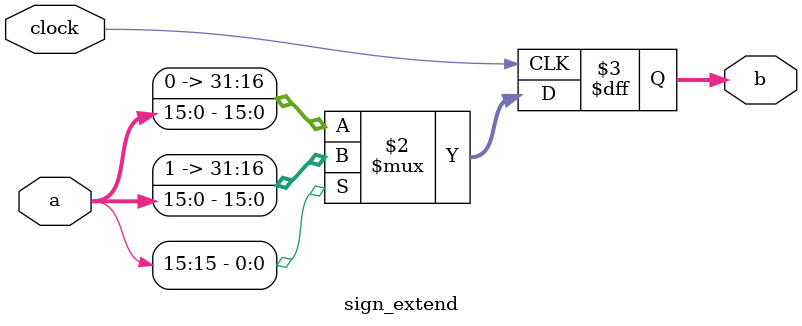
<source format=v>
`timescale 1ns / 1ps

module sign_extend(input [15:0] a , input clock ,  output reg [31:0] b
    );
	 
	 always @ (posedge clock ) begin
	 
	  b <=  (a[15]) ? {{16{1'b1}} , a } : {{16{1'b0}} , a };
	
		end

endmodule


/*module sign_extend(input [15:0] a , input clock ,  output  [31:0] b
    );
	 
	  assign b =  (a[15]) ? {{16{1'b1}} , a } : {{16{1'b0}} , a };
	
		

endmodule
*/
</source>
